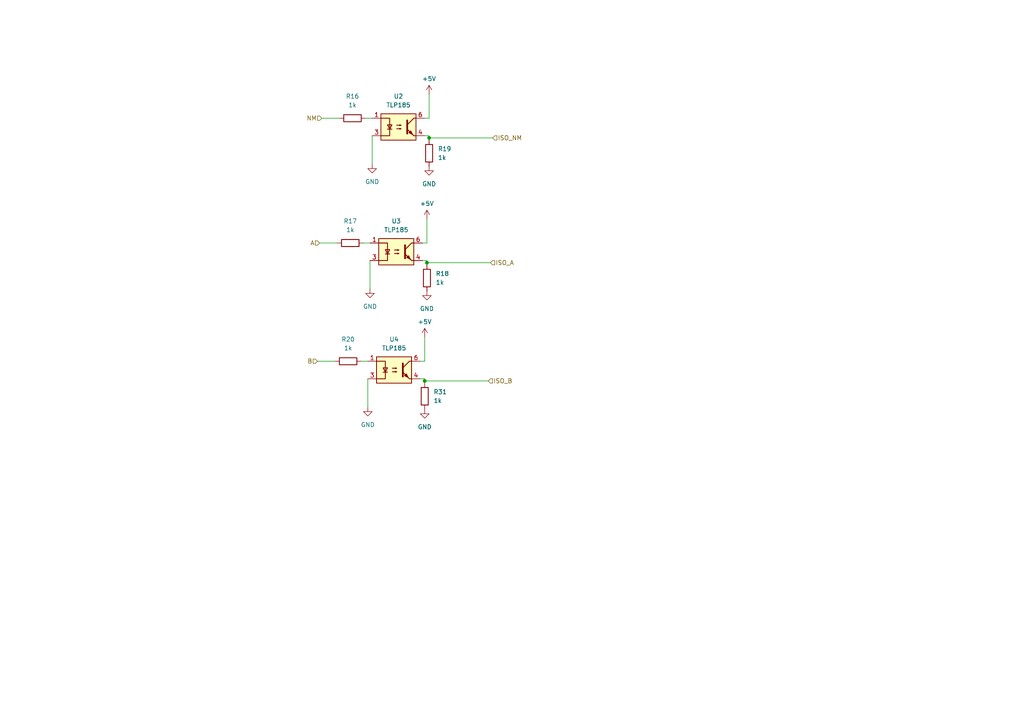
<source format=kicad_sch>
(kicad_sch (version 20230121) (generator eeschema)
  (paper "A4")
  (lib_symbols
    (symbol "Device:R" (pin_numbers hide) (pin_names (offset 0))
      (property "Reference" "R" (at 2.032 0 90))
      (property "Value" "R" (at 0 0 90))
      (symbol "R_0_1"
        (rectangle (start -1.016 -2.54) (end 1.016 2.54) (stroke (width 0.254)))
      )
      (symbol "R_1_1"
        (pin passive line (at 0 3.81 270) (length 1.27) (name "~") (number "1"))
        (pin passive line (at 0 -3.81 90) (length 1.27) (name "~") (number "2"))
      )
    )
    (symbol "Isolator:TLP185"
      (property "Reference" "U" (at -5.08 5.08 0))
      (property "Value" "TLP185" (at -5.08 -5.08 0))
      (symbol "TLP185_0_1"
        (rectangle (start -5.08 3.81) (end 5.08 -3.81) (stroke (width 0.254)) (fill (type background)))
        (polyline (pts (xy -3.175 -0.635) (xy -1.905 -0.635)) (stroke (width 0.254)))
        (polyline (pts (xy 2.54 1.905) (xy 2.54 -1.905) (xy 2.54 -1.905)) (stroke (width 0.508)))
        (polyline (pts (xy 5.08 -2.54) (xy 4.445 -2.54) (xy 2.54 -0.635)) (stroke (width 0.254)))
        (polyline (pts (xy 5.08 2.54) (xy 4.445 2.54) (xy 2.54 0.635)) (stroke (width 0.254)))
        (polyline (pts (xy -5.08 -2.54) (xy -2.54 -2.54) (xy -2.54 2.54) (xy -5.08 2.54)) (stroke (width 0.254)))
        (polyline (pts (xy -2.54 -0.635) (xy -3.175 0.635) (xy -1.905 0.635) (xy -2.54 -0.635)) (stroke (width 0.254)))
        (polyline (pts (xy -0.508 -0.508) (xy 0.762 -0.508) (xy 0.381 -0.635) (xy 0.381 -0.381) (xy 0.762 -0.508)) (stroke (width 0.254)))
        (polyline (pts (xy -0.508 0.508) (xy 0.762 0.508) (xy 0.381 0.381) (xy 0.381 0.635) (xy 0.762 0.508)) (stroke (width 0.254)))
        (polyline (pts (xy 3.048 -1.651) (xy 3.556 -1.143) (xy 4.064 -2.159) (xy 3.048 -1.651) (xy 3.048 -1.651)) (stroke (width 0.254)) (fill (type outline)))
      )
      (symbol "TLP185_1_1"
        (pin passive line (at -7.62 2.54 0) (length 2.54) (name "~") (number "1"))
        (pin passive line (at -7.62 -2.54 0) (length 2.54) (name "~") (number "3"))
        (pin passive line (at 7.62 -2.54 180) (length 2.54) (name "~") (number "4"))
        (pin passive line (at 7.62 2.54 180) (length 2.54) (name "~") (number "6"))
      )
    )
    (symbol "power:+5V" (power) (pin_names (offset 0))
      (property "Value" "+5V" (at 0 3.556 0))
      (symbol "+5V_0_1"
        (polyline (pts (xy -0.762 1.27) (xy 0 2.54)))
        (polyline (pts (xy 0 0) (xy 0 2.54)))
        (polyline (pts (xy 0 2.54) (xy 0.762 1.27)))
      )
      (symbol "+5V_1_1"
        (pin power_in line (at 0 0 90) (length 0) hide (name "+5V") (number "1"))
      )
    )
    (symbol "power:GND" (power) (pin_names (offset 0))
      (property "Value" "GND" (at 0 -3.81 0))
      (symbol "GND_0_1"
        (polyline (pts (xy 0 0) (xy 0 -1.27) (xy 1.27 -1.27) (xy 0 -2.54) (xy -1.27 -1.27) (xy 0 -1.27)))
      )
      (symbol "GND_1_1"
        (pin power_in line (at 0 0 270) (length 0) hide (name "GND") (number "1"))
      )
    )
  )
  (junction (at 123.825 76.2))
  (junction (at 123.19 110.49))
  (junction (at 124.46 40.005))
  (wire (pts (xy 124.46 40.64) (xy 124.46 40.005)))
  (wire (pts (xy 107.95 47.625) (xy 107.95 39.37)))
  (wire (pts (xy 92.71 70.485) (xy 97.79 70.485)))
  (wire (pts (xy 104.775 104.775) (xy 106.68 104.775)))
  (wire (pts (xy 92.075 104.775) (xy 97.155 104.775)))
  (wire (pts (xy 123.825 76.2) (xy 142.24 76.2)))
  (wire (pts (xy 123.19 109.855) (xy 121.92 109.855)))
  (wire (pts (xy 124.46 39.37) (xy 123.19 39.37)))
  (wire (pts (xy 123.19 34.29) (xy 124.46 34.29)))
  (wire (pts (xy 123.19 111.125) (xy 123.19 110.49)))
  (wire (pts (xy 124.46 40.005) (xy 142.875 40.005)))
  (wire (pts (xy 124.46 27.305) (xy 124.46 34.29)))
  (wire (pts (xy 121.92 104.775) (xy 123.19 104.775)))
  (wire (pts (xy 124.46 40.005) (xy 124.46 39.37)))
  (wire (pts (xy 106.045 34.29) (xy 107.95 34.29)))
  (wire (pts (xy 105.41 70.485) (xy 107.315 70.485)))
  (wire (pts (xy 123.825 76.835) (xy 123.825 76.2)))
  (wire (pts (xy 106.68 118.11) (xy 106.68 109.855)))
  (wire (pts (xy 123.825 76.2) (xy 123.825 75.565)))
  (wire (pts (xy 123.19 97.79) (xy 123.19 104.775)))
  (wire (pts (xy 123.825 75.565) (xy 122.555 75.565)))
  (wire (pts (xy 107.315 83.82) (xy 107.315 75.565)))
  (wire (pts (xy 123.825 63.5) (xy 123.825 70.485)))
  (wire (pts (xy 93.345 34.29) (xy 98.425 34.29)))
  (wire (pts (xy 123.19 110.49) (xy 141.605 110.49)))
  (wire (pts (xy 123.19 110.49) (xy 123.19 109.855)))
  (wire (pts (xy 122.555 70.485) (xy 123.825 70.485)))
  (hierarchical_label "NM" (shape input) (at 93.345 34.29 180))
  (hierarchical_label "ISO_B" (shape input) (at 141.605 110.49 0))
  (hierarchical_label "B" (shape input) (at 92.075 104.775 180))
  (hierarchical_label "ISO_A" (shape input) (at 142.24 76.2 0))
  (hierarchical_label "ISO_NM" (shape input) (at 142.875 40.005 0))
  (hierarchical_label "A" (shape input) (at 92.71 70.485 180))
  (symbol (lib_id "Device:R") (at 102.235 34.29 90) (unit 1)
    (property "Reference" "R16" (at 102.235 27.94 90))
    (property "Value" "1k" (at 102.235 30.48 90))
    (property "Footprint" "Resistor_SMD:R_0603_1608Metric" (effects hide))
  )
  (symbol (lib_id "Device:R") (at 101.6 70.485 90) (unit 1)
    (property "Reference" "R17" (at 101.6 64.135 90))
    (property "Value" "1k" (at 101.6 66.675 90))
    (property "Footprint" "Resistor_SMD:R_0603_1608Metric" (effects hide))
  )
  (symbol (lib_id "power:GND") (at 123.19 118.745 0) (unit 1)
    (property "Reference" "#PWR041" (effects hide))
    (property "Value" "GND" (at 123.19 123.825 0))
  )
  (symbol (lib_id "Isolator:TLP185") (at 114.3 107.315 0) (unit 1)
    (property "Reference" "U4" (at 114.3 98.425 0))
    (property "Value" "TLP185" (at 114.3 100.965 0))
    (property "Footprint" "Package_SO:SOIC-4_4.55x3.7mm_P2.54mm" (effects hide))
    (property "Datasheet" "https://toshiba.semicon-storage.com/info/docget.jsp?did=11791&prodName=TLP185" (effects hide))
  )
  (symbol (lib_id "power:+5V") (at 124.46 27.305 0) (unit 1)
    (property "Reference" "#PWR033" (effects hide))
    (property "Value" "+5V" (at 124.46 22.86 0))
  )
  (symbol (lib_id "Device:R") (at 100.965 104.775 90) (unit 1)
    (property "Reference" "R20" (at 100.965 98.425 90))
    (property "Value" "1k" (at 100.965 100.965 90))
    (property "Footprint" "Resistor_SMD:R_0603_1608Metric" (effects hide))
  )
  (symbol (lib_id "power:GND") (at 107.95 47.625 0) (unit 1)
    (property "Reference" "#PWR035" (effects hide))
    (property "Value" "GND" (at 107.95 52.705 0))
  )
  (symbol (lib_id "Device:R") (at 123.19 114.935 180) (unit 1)
    (property "Reference" "R31" (at 125.73 113.665 0) (effects (justify right)))
    (property "Value" "1k" (at 125.73 116.205 0) (effects (justify right)))
    (property "Footprint" "Resistor_SMD:R_0603_1608Metric" (effects hide))
  )
  (symbol (lib_id "Device:R") (at 123.825 80.645 180) (unit 1)
    (property "Reference" "R18" (at 126.365 79.375 0) (effects (justify right)))
    (property "Value" "1k" (at 126.365 81.915 0) (effects (justify right)))
    (property "Footprint" "Resistor_SMD:R_0603_1608Metric" (effects hide))
  )
  (symbol (lib_id "power:GND") (at 107.315 83.82 0) (unit 1)
    (property "Reference" "#PWR036" (effects hide))
    (property "Value" "GND" (at 107.315 88.9 0))
  )
  (symbol (lib_id "Isolator:TLP185") (at 115.57 36.83 0) (unit 1)
    (property "Reference" "U2" (at 115.57 27.94 0))
    (property "Value" "TLP185" (at 115.57 30.48 0))
    (property "Footprint" "Package_SO:SOIC-4_4.55x3.7mm_P2.54mm" (effects hide))
    (property "Datasheet" "https://toshiba.semicon-storage.com/info/docget.jsp?did=11791&prodName=TLP185" (effects hide))
  )
  (symbol (lib_id "power:GND") (at 106.68 118.11 0) (unit 1)
    (property "Reference" "#PWR039" (effects hide))
    (property "Value" "GND" (at 106.68 123.19 0))
  )
  (symbol (lib_id "Isolator:TLP185") (at 114.935 73.025 0) (unit 1)
    (property "Reference" "U3" (at 114.935 64.135 0))
    (property "Value" "TLP185" (at 114.935 66.675 0))
    (property "Footprint" "Package_SO:SOIC-4_4.55x3.7mm_P2.54mm" (effects hide))
    (property "Datasheet" "https://toshiba.semicon-storage.com/info/docget.jsp?did=11791&prodName=TLP185" (effects hide))
  )
  (symbol (lib_id "power:GND") (at 124.46 48.26 0) (unit 1)
    (property "Reference" "#PWR034" (effects hide))
    (property "Value" "GND" (at 124.46 53.34 0))
  )
  (symbol (lib_id "power:+5V") (at 123.19 97.79 0) (unit 1)
    (property "Reference" "#PWR040" (effects hide))
    (property "Value" "+5V" (at 123.19 93.345 0))
  )
  (symbol (lib_id "Device:R") (at 124.46 44.45 180) (unit 1)
    (property "Reference" "R19" (at 127 43.18 0) (effects (justify right)))
    (property "Value" "1k" (at 127 45.72 0) (effects (justify right)))
    (property "Footprint" "Resistor_SMD:R_0603_1608Metric" (effects hide))
  )
  (symbol (lib_id "power:+5V") (at 123.825 63.5 0) (unit 1)
    (property "Reference" "#PWR037" (effects hide))
    (property "Value" "+5V" (at 123.825 59.055 0))
  )
  (symbol (lib_id "power:GND") (at 123.825 84.455 0) (unit 1)
    (property "Reference" "#PWR038" (effects hide))
    (property "Value" "GND" (at 123.825 89.535 0))
  )
)
</source>
